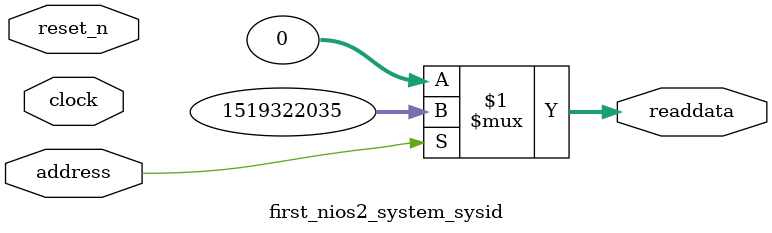
<source format=v>

`timescale 1ns / 1ps
// synthesis translate_on

// turn off superfluous verilog processor warnings 
// altera message_level Level1 
// altera message_off 10034 10035 10036 10037 10230 10240 10030 

module first_nios2_system_sysid (
               // inputs:
                address,
                clock,
                reset_n,

               // outputs:
                readdata
             )
;

  output  [ 31: 0] readdata;
  input            address;
  input            clock;
  input            reset_n;

  wire    [ 31: 0] readdata;
  //control_slave, which is an e_avalon_slave
  assign readdata = address ? 1519322035 : 0;

endmodule




</source>
